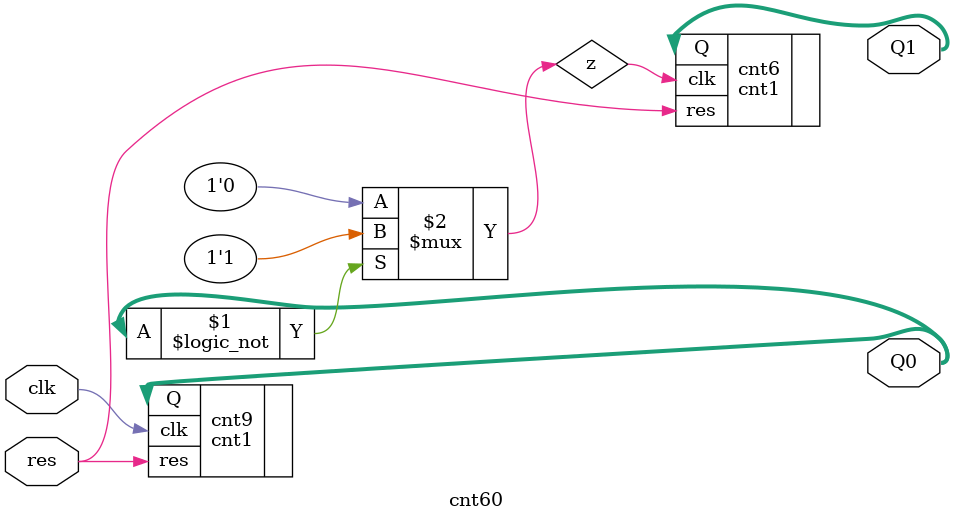
<source format=v>
module cnt60 #(parameter W=9)
			  (clk,res, Q0,Q1);

input       clk, res;
output 	   [3:0]  Q0;
output 	   [3:0]  Q1;

wire z;

cnt1 #(.W(9)) cnt9 (.clk(clk),.Q(Q0),.res(res));
cnt1 #(.W(6)) cnt6 (.clk(z),.Q(Q1),.res(res));

assign z = (Q0==4'd0)?1'b1:1'b0;

endmodule


</source>
